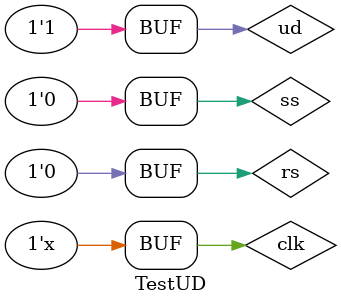
<source format=v>
`timescale 1ns / 1ps


module TestUD;

	// Inputs
	reg clk;
	reg rs;
	reg ss;
	reg ud;

	// Outputs
	wire [7:0] q;

	// Instantiate the Unit Under Test (UUT)
	CounterUD uut (
		.clk(clk), 
		.rs(rs), 
		.ss(ss), 
		.ud(ud), 
		.q(q)
	);

	initial begin
		// Initialize Inputs
		clk = 0;
		rs = 1;
		ss = 0;
		ud = 1;
		#20 rs = 0;
	end
	always begin 
	#10 clk = ~clk;
	end
      
endmodule


</source>
